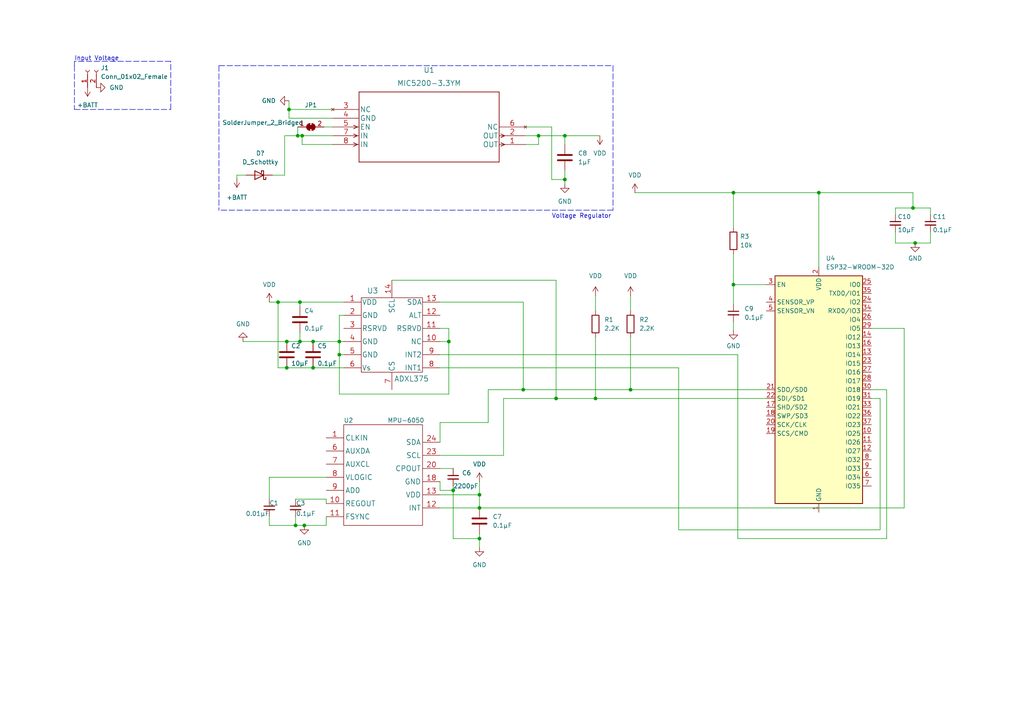
<source format=kicad_sch>
(kicad_sch (version 20211123) (generator eeschema)
  (paper "A4")
  (lib_symbols
    (symbol "Connector:Conn_01x02_Female" (pin_names (offset 1.016) hide)
      (property "Reference" "J" (at 0 2.54 0))
      (property "Value" "Conn_01x02_Female" (at 0 -5.08 0))
      (symbol "Conn_01x02_Female_1_1"
        (arc (start 0 -2.032) (mid -0.508 -2.54) (end 0 -3.048) (stroke (width 0.1524)))
        (polyline (pts (xy -1.27 -2.54) (xy -0.508 -2.54)) (stroke (width 0.1524)))
        (polyline (pts (xy -1.27 0) (xy -0.508 0)) (stroke (width 0.1524)))
        (arc (start 0 0.508) (mid -0.508 0) (end 0 -0.508) (stroke (width 0.1524)))
        (pin passive line (at -5.08 0 0) (length 3.81) (name "Pin_1") (number "1"))
        (pin passive line (at -5.08 -2.54 0) (length 3.81) (name "Pin_2") (number "2"))
      )
    )
    (symbol "Device:C" (pin_numbers hide) (pin_names (offset 0.254))
      (property "Reference" "C" (at 0.635 2.54 0))
      (property "Value" "C" (at 0.635 -2.54 0))
      (symbol "C_0_1"
        (polyline (pts (xy -2.032 -0.762) (xy 2.032 -0.762)) (stroke (width 0.508)))
        (polyline (pts (xy -2.032 0.762) (xy 2.032 0.762)) (stroke (width 0.508)))
      )
      (symbol "C_1_1"
        (pin passive line (at 0 3.81 270) (length 2.794) (name "~") (number "1"))
        (pin passive line (at 0 -3.81 90) (length 2.794) (name "~") (number "2"))
      )
    )
    (symbol "Device:C_Small" (pin_numbers hide) (pin_names (offset 0.254) hide)
      (property "Reference" "C" (at 0.254 1.778 0))
      (property "Value" "C_Small" (at 0.254 -2.032 0))
      (symbol "C_Small_0_1"
        (polyline (pts (xy -1.524 -0.508) (xy 1.524 -0.508)) (stroke (width 0.3302)))
        (polyline (pts (xy -1.524 0.508) (xy 1.524 0.508)) (stroke (width 0.3048)))
      )
      (symbol "C_Small_1_1"
        (pin passive line (at 0 2.54 270) (length 2.032) (name "~") (number "1"))
        (pin passive line (at 0 -2.54 90) (length 2.032) (name "~") (number "2"))
      )
    )
    (symbol "Device:D_Schottky" (pin_numbers hide) (pin_names (offset 1.016) hide)
      (property "Reference" "D" (at 0 2.54 0))
      (property "Value" "D_Schottky" (at 0 -2.54 0))
      (symbol "D_Schottky_0_1"
        (polyline (pts (xy 1.27 0) (xy -1.27 0)))
        (polyline (pts (xy 1.27 1.27) (xy 1.27 -1.27) (xy -1.27 0) (xy 1.27 1.27)) (stroke (width 0.254)))
        (polyline (pts (xy -1.905 0.635) (xy -1.905 1.27) (xy -1.27 1.27) (xy -1.27 -1.27) (xy -0.635 -1.27) (xy -0.635 -0.635)) (stroke (width 0.254)))
      )
      (symbol "D_Schottky_1_1"
        (pin passive line (at -3.81 0 0) (length 2.54) (name "K") (number "1"))
        (pin passive line (at 3.81 0 180) (length 2.54) (name "A") (number "2"))
      )
    )
    (symbol "Device:R" (pin_numbers hide) (pin_names (offset 0))
      (property "Reference" "R" (at 2.032 0 90))
      (property "Value" "R" (at 0 0 90))
      (symbol "R_0_1"
        (rectangle (start -1.016 -2.54) (end 1.016 2.54) (stroke (width 0.254)))
      )
      (symbol "R_1_1"
        (pin passive line (at 0 3.81 270) (length 1.27) (name "~") (number "1"))
        (pin passive line (at 0 -3.81 90) (length 1.27) (name "~") (number "2"))
      )
    )
    (symbol "Jumper:SolderJumper_2_Bridged" (pin_names (offset 0) hide)
      (property "Reference" "JP" (at 0 2.032 0))
      (property "Value" "SolderJumper_2_Bridged" (at 0 -2.54 0))
      (symbol "SolderJumper_2_Bridged_0_1"
        (rectangle (start -0.508 0.508) (end 0.508 -0.508) (fill (type outline)))
        (arc (start -0.254 1.016) (mid -1.27 0) (end -0.254 -1.016))
        (arc (start -0.254 1.016) (mid -1.27 0) (end -0.254 -1.016) (fill (type outline)))
        (polyline (pts (xy -0.254 1.016) (xy -0.254 -1.016)))
        (polyline (pts (xy 0.254 1.016) (xy 0.254 -1.016)))
        (arc (start 0.254 -1.016) (mid 1.27 0) (end 0.254 1.016))
        (arc (start 0.254 -1.016) (mid 1.27 0) (end 0.254 1.016) (fill (type outline)))
      )
      (symbol "SolderJumper_2_Bridged_1_1"
        (pin passive line (at -3.81 0 0) (length 2.54) (name "A") (number "1"))
        (pin passive line (at 3.81 0 180) (length 2.54) (name "B") (number "2"))
      )
    )
    (symbol "RF_Module:ESP32-WROOM-32D"
      (property "Reference" "U" (at -12.7 34.29 0))
      (property "Value" "ESP32-WROOM-32D" (at 1.27 34.29 0))
      (symbol "ESP32-WROOM-32D_0_1"
        (rectangle (start -12.7 33.02) (end 12.7 -33.02) (stroke (width 0.254)) (fill (type background)))
      )
      (symbol "ESP32-WROOM-32D_1_1"
        (pin power_in line (at 0 -35.56 90) (length 2.54) (name "GND") (number "1"))
        (pin bidirectional line (at 15.24 -12.7 180) (length 2.54) (name "IO25") (number "10"))
        (pin bidirectional line (at 15.24 -15.24 180) (length 2.54) (name "IO26") (number "11"))
        (pin bidirectional line (at 15.24 -17.78 180) (length 2.54) (name "IO27") (number "12"))
        (pin bidirectional line (at 15.24 10.16 180) (length 2.54) (name "IO14") (number "13"))
        (pin bidirectional line (at 15.24 15.24 180) (length 2.54) (name "IO12") (number "14"))
        (pin passive line (at 0 -35.56 90) (length 2.54) hide (name "GND") (number "15"))
        (pin bidirectional line (at 15.24 12.7 180) (length 2.54) (name "IO13") (number "16"))
        (pin bidirectional line (at -15.24 -5.08 0) (length 2.54) (name "SHD/SD2") (number "17"))
        (pin bidirectional line (at -15.24 -7.62 0) (length 2.54) (name "SWP/SD3") (number "18"))
        (pin bidirectional line (at -15.24 -12.7 0) (length 2.54) (name "SCS/CMD") (number "19"))
        (pin power_in line (at 0 35.56 270) (length 2.54) (name "VDD") (number "2"))
        (pin bidirectional line (at -15.24 -10.16 0) (length 2.54) (name "SCK/CLK") (number "20"))
        (pin bidirectional line (at -15.24 0 0) (length 2.54) (name "SDO/SD0") (number "21"))
        (pin bidirectional line (at -15.24 -2.54 0) (length 2.54) (name "SDI/SD1") (number "22"))
        (pin bidirectional line (at 15.24 7.62 180) (length 2.54) (name "IO15") (number "23"))
        (pin bidirectional line (at 15.24 25.4 180) (length 2.54) (name "IO2") (number "24"))
        (pin bidirectional line (at 15.24 30.48 180) (length 2.54) (name "IO0") (number "25"))
        (pin bidirectional line (at 15.24 20.32 180) (length 2.54) (name "IO4") (number "26"))
        (pin bidirectional line (at 15.24 5.08 180) (length 2.54) (name "IO16") (number "27"))
        (pin bidirectional line (at 15.24 2.54 180) (length 2.54) (name "IO17") (number "28"))
        (pin bidirectional line (at 15.24 17.78 180) (length 2.54) (name "IO5") (number "29"))
        (pin input line (at -15.24 30.48 0) (length 2.54) (name "EN") (number "3"))
        (pin bidirectional line (at 15.24 0 180) (length 2.54) (name "IO18") (number "30"))
        (pin bidirectional line (at 15.24 -2.54 180) (length 2.54) (name "IO19") (number "31"))
        (pin no_connect line (at -12.7 -27.94 0) (length 2.54) hide (name "NC") (number "32"))
        (pin bidirectional line (at 15.24 -5.08 180) (length 2.54) (name "IO21") (number "33"))
        (pin bidirectional line (at 15.24 22.86 180) (length 2.54) (name "RXD0/IO3") (number "34"))
        (pin bidirectional line (at 15.24 27.94 180) (length 2.54) (name "TXD0/IO1") (number "35"))
        (pin bidirectional line (at 15.24 -7.62 180) (length 2.54) (name "IO22") (number "36"))
        (pin bidirectional line (at 15.24 -10.16 180) (length 2.54) (name "IO23") (number "37"))
        (pin passive line (at 0 -35.56 90) (length 2.54) hide (name "GND") (number "38"))
        (pin passive line (at 0 -35.56 90) (length 2.54) hide (name "GND") (number "39"))
        (pin input line (at -15.24 25.4 0) (length 2.54) (name "SENSOR_VP") (number "4"))
        (pin input line (at -15.24 22.86 0) (length 2.54) (name "SENSOR_VN") (number "5"))
        (pin input line (at 15.24 -25.4 180) (length 2.54) (name "IO34") (number "6"))
        (pin input line (at 15.24 -27.94 180) (length 2.54) (name "IO35") (number "7"))
        (pin bidirectional line (at 15.24 -20.32 180) (length 2.54) (name "IO32") (number "8"))
        (pin bidirectional line (at 15.24 -22.86 180) (length 2.54) (name "IO33") (number "9"))
      )
    )
    (symbol "Regulator_Linear:MIC5200-3.3YM" (pin_names (offset 0.254))
      (property "Reference" "U" (at 27.94 10.16 0))
      (property "Value" "MIC5200-3.3YM" (at 27.94 7.62 0))
      (symbol "MIC5200-3.3YM_1_1"
        (polyline (pts (xy 7.112 -10.16) (xy 6.0452 -10.668)) (stroke (width 0.2032)))
        (polyline (pts (xy 7.112 -10.16) (xy 6.0452 -9.652)) (stroke (width 0.2032)))
        (polyline (pts (xy 7.112 -7.62) (xy 6.0452 -8.128)) (stroke (width 0.2032)))
        (polyline (pts (xy 7.112 -7.62) (xy 6.0452 -7.112)) (stroke (width 0.2032)))
        (polyline (pts (xy 7.112 -5.08) (xy 6.0452 -5.588)) (stroke (width 0.2032)))
        (polyline (pts (xy 7.112 -5.08) (xy 6.0452 -4.572)) (stroke (width 0.2032)))
        (polyline (pts (xy 7.62 -15.24) (xy 48.26 -15.24)) (stroke (width 0.2032)))
        (polyline (pts (xy 7.62 5.08) (xy 7.62 -15.24)) (stroke (width 0.2032)))
        (polyline (pts (xy 48.26 -15.24) (xy 48.26 5.08)) (stroke (width 0.2032)))
        (polyline (pts (xy 48.26 5.08) (xy 7.62 5.08)) (stroke (width 0.2032)))
        (polyline (pts (xy 48.768 -10.668) (xy 49.8348 -10.16)) (stroke (width 0.2032)))
        (polyline (pts (xy 48.768 -9.652) (xy 49.8348 -10.16)) (stroke (width 0.2032)))
        (polyline (pts (xy 48.768 -8.128) (xy 49.8348 -7.62)) (stroke (width 0.2032)))
        (polyline (pts (xy 48.768 -7.112) (xy 49.8348 -7.62)) (stroke (width 0.2032)))
        (pin output line (at 55.88 -10.16 180) (length 7.62) (name "OUT") (number "1"))
        (pin output line (at 55.88 -7.62 180) (length 7.62) (name "OUT") (number "2"))
        (pin no_connect line (at 0 0 0) (length 7.62) (name "NC") (number "3"))
        (pin power_in line (at 0 -2.54 0) (length 7.62) (name "GND") (number "4"))
        (pin input line (at 0 -5.08 0) (length 7.62) (name "EN") (number "5"))
        (pin no_connect line (at 55.88 -5.08 180) (length 7.62) (name "NC") (number "6"))
        (pin input line (at 0 -7.62 0) (length 7.62) (name "IN") (number "7"))
        (pin input line (at 0 -10.16 0) (length 7.62) (name "IN") (number "8"))
      )
    )
    (symbol "Sensor_Motion:ADXL375BCCZ" (pin_names (offset 0.254))
      (property "Reference" "U?" (at -7.62 11.43 0))
      (property "Value" "ADXL375" (at 5.08 -12.7 0))
      (symbol "ADXL375BCCZ_0_1"
        (rectangle (start -8.89 10.16) (end 8.89 -11.43))
      )
      (symbol "ADXL375BCCZ_1_1"
        (pin power_in line (at -13.97 8.89 0) (length 5) (name "VDD") (number "1"))
        (pin bidirectional line (at 13.97 -2.54 180) (length 5) (name "NC") (number "10"))
        (pin bidirectional line (at 13.97 1.27 180) (length 5) (name "RSRVD") (number "11"))
        (pin bidirectional line (at 13.97 5.08 180) (length 5) (name "ALT") (number "12"))
        (pin bidirectional line (at 13.97 8.89 180) (length 5) (name "SDA") (number "13"))
        (pin unspecified line (at 0 15.24 270) (length 5) (name "SCL") (number "14"))
        (pin bidirectional line (at -13.97 5.08 0) (length 5) (name "GND") (number "2"))
        (pin bidirectional line (at -13.97 1.27 0) (length 5) (name "RSRVD") (number "3"))
        (pin bidirectional line (at -13.97 -2.54 0) (length 5) (name "GND") (number "4"))
        (pin bidirectional line (at -13.97 -6.35 0) (length 5) (name "GND") (number "5"))
        (pin bidirectional line (at -13.97 -10.16 0) (length 5) (name "Vs") (number "6"))
        (pin bidirectional line (at 0 -16.51 90) (length 5) (name "CS") (number "7"))
        (pin bidirectional line (at 13.97 -10.16 180) (length 5) (name "INT1") (number "8"))
        (pin bidirectional line (at 13.97 -6.35 180) (length 5) (name "INT2") (number "9"))
      )
    )
    (symbol "Sensor_Motion:MPU-6050"
      (property "Reference" "U?" (at -12.7 15.24 0))
      (property "Value" "MPU-6050" (at 0 15.24 0))
      (symbol "MPU-6050_0_1"
        (rectangle (start -12.7 -15.24) (end 10.16 13.97))
      )
      (symbol "MPU-6050_1_1"
        (pin unspecified line (at -17.78 10.16 0) (length 5) (name "CLKIN") (number "1"))
        (pin unspecified line (at -17.78 -8.89 0) (length 5) (name "REGOUT") (number "10"))
        (pin unspecified line (at -17.78 -12.7 0) (length 5) (name "FSYNC") (number "11"))
        (pin unspecified line (at 15.24 -10.16 180) (length 5) (name "INT") (number "12"))
        (pin unspecified line (at 15.24 -6.35 180) (length 5) (name "VDD") (number "13"))
        (pin unspecified line (at 15.24 -2.54 180) (length 5) (name "GND") (number "18"))
        (pin no_connect line (at -2.54 -20.32 90) (length 5) hide (name "RESV") (number "19"))
        (pin unspecified line (at 15.24 1.27 180) (length 5) (name "CPOUT") (number "20"))
        (pin no_connect line (at 0 -20.32 90) (length 5) hide (name "RESV") (number "21"))
        (pin no_connect line (at 2.54 -20.32 90) (length 5) hide (name "RESV") (number "22"))
        (pin unspecified line (at 15.24 5.08 180) (length 5) (name "SCL") (number "23"))
        (pin unspecified line (at 15.24 8.89 180) (length 5) (name "SDA") (number "24"))
        (pin unspecified line (at -17.78 6.35 0) (length 5) (name "AUXDA") (number "6"))
        (pin unspecified line (at -17.78 2.54 0) (length 5) (name "AUXCL") (number "7"))
        (pin unspecified line (at -17.78 -1.27 0) (length 5) (name "VLOGIC") (number "8"))
        (pin unspecified line (at -17.78 -5.08 0) (length 5) (name "AD0") (number "9"))
      )
    )
    (symbol "power:+BATT" (power) (pin_names (offset 0))
      (property "Value" "+BATT" (at 0 3.556 0))
      (symbol "+BATT_0_1"
        (polyline (pts (xy -0.762 1.27) (xy 0 2.54)))
        (polyline (pts (xy 0 0) (xy 0 2.54)))
        (polyline (pts (xy 0 2.54) (xy 0.762 1.27)))
      )
      (symbol "+BATT_1_1"
        (pin power_in line (at 0 0 90) (length 0) hide (name "+BATT") (number "1"))
      )
    )
    (symbol "power:GND" (power) (pin_names (offset 0))
      (property "Value" "GND" (at 0 -3.81 0))
      (symbol "GND_0_1"
        (polyline (pts (xy 0 0) (xy 0 -1.27) (xy 1.27 -1.27) (xy 0 -2.54) (xy -1.27 -1.27) (xy 0 -1.27)))
      )
      (symbol "GND_1_1"
        (pin power_in line (at 0 0 270) (length 0) hide (name "GND") (number "1"))
      )
    )
    (symbol "power:VDD" (power) (pin_names (offset 0))
      (property "Value" "VDD" (at 0 3.81 0))
      (symbol "VDD_0_1"
        (polyline (pts (xy -0.762 1.27) (xy 0 2.54)))
        (polyline (pts (xy 0 0) (xy 0 2.54)))
        (polyline (pts (xy 0 2.54) (xy 0.762 1.27)))
      )
      (symbol "VDD_1_1"
        (pin power_in line (at 0 0 90) (length 0) hide (name "VDD") (number "1"))
      )
    )
  )
  (junction (at 131.445 142.24))
  (junction (at 90.805 106.68))
  (junction (at 182.88 113.03))
  (junction (at 156.21 39.37))
  (junction (at 83.82 31.75))
  (junction (at 98.425 102.87))
  (junction (at 161.29 115.57))
  (junction (at 139.065 156.21))
  (junction (at 85.725 152.4))
  (junction (at 86.995 87.63))
  (junction (at 87.63 39.37))
  (junction (at 212.725 55.88))
  (junction (at 163.83 39.37))
  (junction (at 139.065 143.51))
  (junction (at 86.995 99.06))
  (junction (at 98.425 99.06))
  (junction (at 163.83 52.07))
  (junction (at 83.185 99.06))
  (junction (at 264.795 60.325))
  (junction (at 88.265 152.4))
  (junction (at 90.805 99.06))
  (junction (at 172.72 115.57))
  (junction (at 130.175 99.06))
  (junction (at 265.43 70.485))
  (junction (at 86.36 39.37))
  (junction (at 80.645 87.63))
  (junction (at 151.765 113.03))
  (junction (at 237.49 55.88))
  (junction (at 212.725 82.55))
  (junction (at 83.185 106.68))
  (junction (at 139.065 147.32))
  (wire (pts (xy 259.715 67.31) (xy 259.715 70.485)))
  (wire (pts (xy 80.645 87.63) (xy 80.645 106.68)))
  (wire (pts (xy 156.21 39.37) (xy 163.83 39.37)))
  (wire (pts (xy 127.635 139.7) (xy 127.635 142.24)))
  (wire (pts (xy 139.065 139.7) (xy 139.065 143.51)))
  (wire (pts (xy 127.635 132.08) (xy 146.05 132.08)))
  (wire (pts (xy 94.615 152.4) (xy 88.265 152.4)))
  (wire (pts (xy 94.615 149.86) (xy 94.615 152.4)))
  (wire (pts (xy 68.707 51.816) (xy 68.707 50.8)))
  (wire (pts (xy 93.98 36.83) (xy 96.52 36.83)))
  (wire (pts (xy 269.875 67.31) (xy 269.875 70.485)))
  (wire (pts (xy 78.105 149.86) (xy 78.105 152.4)))
  (wire (pts (xy 264.795 55.88) (xy 264.795 60.325)))
  (polyline (pts (xy 63.5 19.05) (xy 177.8 19.05)))
  (wire (pts (xy 85.725 149.86) (xy 85.725 152.4)))
  (polyline (pts (xy 21.59 19.05) (xy 21.59 31.75)))
  (wire (pts (xy 127.635 122.555) (xy 141.605 122.555)))
  (wire (pts (xy 99.695 91.44) (xy 98.425 91.44)))
  (polyline (pts (xy 49.53 31.75) (xy 49.53 17.78)))
  (wire (pts (xy 131.445 142.24) (xy 131.445 156.21)))
  (wire (pts (xy 212.725 93.345) (xy 212.725 95.885)))
  (wire (pts (xy 80.645 87.63) (xy 86.995 87.63)))
  (wire (pts (xy 78.994 50.8) (xy 82.55 50.8)))
  (wire (pts (xy 146.05 115.57) (xy 161.29 115.57)))
  (wire (pts (xy 98.425 114.3) (xy 98.425 102.87)))
  (wire (pts (xy 90.805 106.68) (xy 99.695 106.68)))
  (wire (pts (xy 82.55 50.8) (xy 82.55 39.37)))
  (wire (pts (xy 259.715 60.325) (xy 259.715 62.23)))
  (wire (pts (xy 151.765 113.03) (xy 182.88 113.03)))
  (wire (pts (xy 130.175 99.06) (xy 130.175 114.3)))
  (wire (pts (xy 70.485 99.06) (xy 83.185 99.06)))
  (wire (pts (xy 113.665 81.28) (xy 161.29 81.28)))
  (polyline (pts (xy 21.59 17.78) (xy 21.59 19.05)))
  (wire (pts (xy 212.725 55.88) (xy 237.49 55.88)))
  (wire (pts (xy 196.85 153.67) (xy 255.27 153.67)))
  (wire (pts (xy 163.83 39.37) (xy 173.99 39.37)))
  (wire (pts (xy 83.82 34.29) (xy 83.82 31.75)))
  (wire (pts (xy 141.605 113.03) (xy 151.765 113.03)))
  (wire (pts (xy 127.635 95.25) (xy 130.175 95.25)))
  (wire (pts (xy 90.805 99.06) (xy 98.425 99.06)))
  (wire (pts (xy 152.4 41.91) (xy 156.21 41.91)))
  (wire (pts (xy 182.88 113.03) (xy 222.25 113.03)))
  (wire (pts (xy 262.255 95.25) (xy 252.73 95.25)))
  (wire (pts (xy 163.83 52.07) (xy 163.83 53.34)))
  (wire (pts (xy 269.875 70.485) (xy 265.43 70.485)))
  (wire (pts (xy 213.995 156.21) (xy 257.175 156.21)))
  (wire (pts (xy 127.635 143.51) (xy 139.065 143.51)))
  (wire (pts (xy 160.02 36.83) (xy 160.02 52.07)))
  (wire (pts (xy 85.725 152.4) (xy 88.265 152.4)))
  (wire (pts (xy 139.065 147.32) (xy 262.255 147.32)))
  (wire (pts (xy 152.4 36.83) (xy 160.02 36.83)))
  (wire (pts (xy 94.615 144.78) (xy 94.615 146.05)))
  (wire (pts (xy 160.02 52.07) (xy 163.83 52.07)))
  (wire (pts (xy 127.635 147.32) (xy 139.065 147.32)))
  (wire (pts (xy 264.795 60.325) (xy 269.875 60.325)))
  (wire (pts (xy 85.725 144.78) (xy 94.615 144.78)))
  (wire (pts (xy 237.49 55.88) (xy 237.49 77.47)))
  (wire (pts (xy 161.29 81.28) (xy 161.29 115.57)))
  (wire (pts (xy 83.82 31.75) (xy 96.52 31.75)))
  (polyline (pts (xy 21.59 31.75) (xy 49.53 31.75)))
  (wire (pts (xy 237.49 55.88) (xy 264.795 55.88)))
  (wire (pts (xy 86.995 96.52) (xy 86.995 99.06)))
  (polyline (pts (xy 49.53 17.78) (xy 21.59 17.78)))
  (wire (pts (xy 98.425 99.06) (xy 99.695 99.06)))
  (wire (pts (xy 172.72 115.57) (xy 222.25 115.57)))
  (wire (pts (xy 255.27 153.67) (xy 255.27 115.57)))
  (wire (pts (xy 86.36 36.83) (xy 86.36 39.37)))
  (wire (pts (xy 259.715 70.485) (xy 265.43 70.485)))
  (wire (pts (xy 127.635 102.87) (xy 213.995 102.87)))
  (wire (pts (xy 212.725 82.55) (xy 212.725 88.265)))
  (wire (pts (xy 182.88 85.725) (xy 182.88 90.17)))
  (wire (pts (xy 172.72 97.79) (xy 172.72 115.57)))
  (wire (pts (xy 161.29 115.57) (xy 172.72 115.57)))
  (wire (pts (xy 86.995 87.63) (xy 86.995 88.9)))
  (wire (pts (xy 131.445 156.21) (xy 139.065 156.21)))
  (polyline (pts (xy 177.8 19.05) (xy 177.8 60.96)))
  (wire (pts (xy 182.88 97.79) (xy 182.88 113.03)))
  (wire (pts (xy 98.425 91.44) (xy 98.425 99.06)))
  (wire (pts (xy 139.065 156.21) (xy 139.065 158.75)))
  (wire (pts (xy 127.635 128.27) (xy 127.635 122.555)))
  (wire (pts (xy 139.065 154.94) (xy 139.065 156.21)))
  (wire (pts (xy 163.83 39.37) (xy 163.83 41.91)))
  (wire (pts (xy 87.63 39.37) (xy 87.63 41.91)))
  (wire (pts (xy 131.445 140.97) (xy 131.445 142.24)))
  (wire (pts (xy 96.52 34.29) (xy 83.82 34.29)))
  (wire (pts (xy 151.765 87.63) (xy 151.765 113.03)))
  (wire (pts (xy 262.255 147.32) (xy 262.255 95.25)))
  (wire (pts (xy 94.615 138.43) (xy 78.105 138.43)))
  (wire (pts (xy 141.605 122.555) (xy 141.605 113.03)))
  (wire (pts (xy 269.875 60.325) (xy 269.875 62.23)))
  (wire (pts (xy 78.105 152.4) (xy 85.725 152.4)))
  (wire (pts (xy 86.36 39.37) (xy 87.63 39.37)))
  (wire (pts (xy 127.635 99.06) (xy 130.175 99.06)))
  (wire (pts (xy 68.707 50.8) (xy 71.374 50.8)))
  (wire (pts (xy 156.21 41.91) (xy 156.21 39.37)))
  (wire (pts (xy 127.635 106.68) (xy 196.85 106.68)))
  (wire (pts (xy 82.55 39.37) (xy 86.36 39.37)))
  (wire (pts (xy 80.645 106.68) (xy 83.185 106.68)))
  (wire (pts (xy 163.83 49.53) (xy 163.83 52.07)))
  (wire (pts (xy 87.63 41.91) (xy 96.52 41.91)))
  (wire (pts (xy 212.725 82.55) (xy 212.725 73.66)))
  (wire (pts (xy 130.175 95.25) (xy 130.175 99.06)))
  (wire (pts (xy 86.995 99.06) (xy 90.805 99.06)))
  (wire (pts (xy 83.185 99.06) (xy 86.995 99.06)))
  (wire (pts (xy 83.82 31.75) (xy 83.82 29.21)))
  (wire (pts (xy 99.695 102.87) (xy 98.425 102.87)))
  (wire (pts (xy 172.72 85.725) (xy 172.72 90.17)))
  (wire (pts (xy 127.635 142.24) (xy 131.445 142.24)))
  (wire (pts (xy 78.105 87.63) (xy 80.645 87.63)))
  (wire (pts (xy 257.175 156.21) (xy 257.175 113.03)))
  (wire (pts (xy 83.185 106.68) (xy 90.805 106.68)))
  (wire (pts (xy 146.05 132.08) (xy 146.05 115.57)))
  (wire (pts (xy 127.635 87.63) (xy 151.765 87.63)))
  (wire (pts (xy 139.065 143.51) (xy 139.065 147.32)))
  (wire (pts (xy 212.725 55.88) (xy 212.725 66.04)))
  (wire (pts (xy 127.635 135.89) (xy 131.445 135.89)))
  (wire (pts (xy 213.995 102.87) (xy 213.995 156.21)))
  (wire (pts (xy 130.175 114.3) (xy 98.425 114.3)))
  (wire (pts (xy 264.795 60.325) (xy 259.715 60.325)))
  (wire (pts (xy 78.105 138.43) (xy 78.105 144.78)))
  (wire (pts (xy 87.63 39.37) (xy 96.52 39.37)))
  (wire (pts (xy 86.995 87.63) (xy 99.695 87.63)))
  (wire (pts (xy 257.175 113.03) (xy 252.73 113.03)))
  (polyline (pts (xy 63.5 19.05) (xy 63.5 60.96)))
  (wire (pts (xy 255.27 115.57) (xy 252.73 115.57)))
  (polyline (pts (xy 177.8 60.96) (xy 63.5 60.96)))
  (wire (pts (xy 184.15 55.88) (xy 212.725 55.88)))
  (wire (pts (xy 98.425 102.87) (xy 98.425 99.06)))
  (wire (pts (xy 196.85 106.68) (xy 196.85 153.67)))
  (wire (pts (xy 222.25 82.55) (xy 212.725 82.55)))
  (wire (pts (xy 152.4 39.37) (xy 156.21 39.37)))
  (text "Voltage Regulator" (at 160.02 63.5 0) (effects (font (size 1.27 1.27)) (justify left bottom)))
  (text "Input Voltage" (at 21.59 17.78 0) (effects (font (size 1.27 1.27)) (justify left bottom)))
  (symbol (lib_id "Device:D_Schottky") (at 75.184 50.8 180) (unit 1)
    (property "Reference" "D?" (at 75.5015 44.45 0))
    (property "Value" "D_Schottky" (at 75.5015 46.99 0))
  )
  (symbol (lib_id "Device:C") (at 86.995 92.71 0) (unit 1)
    (property "Reference" "C4" (at 88.265 90.17 0) (effects (justify left)))
    (property "Value" "0.1µF" (at 88.265 95.25 0) (effects (justify left)))
    (property "Footprint" "Capacitor_SMD:C_0201_0603Metric_Pad0.64x0.40mm_HandSolder" (effects hide))
  )
  (symbol (lib_id "power:+BATT") (at 25.4 25.4 180) (unit 1)
    (property "Reference" "#PWR0109" (effects hide))
    (property "Value" "+BATT" (at 25.4 30.48 0))
  )
  (symbol (lib_id "Sensor_Motion:ADXL375BCCZ") (at 113.665 96.52 0) (unit 1)
    (property "Reference" "U3" (at 106.426 84.328 0) (effects (font (size 1.524 1.524)) (justify left)))
    (property "Value" "ADXL375" (at 114.3 109.855 0) (effects (font (size 1.524 1.524)) (justify left)))
    (property "Footprint" "Sensor_Motion:ADXL375BCCZ" (effects hide))
  )
  (symbol (lib_id "Device:R") (at 212.725 69.85 0) (unit 1)
    (property "Reference" "R3" (at 214.63 68.5799 0) (effects (justify left)))
    (property "Value" "10k" (at 214.63 71.1199 0) (effects (justify left)))
    (property "Footprint" "Resistor_SMD:R_1206_3216Metric_Pad1.30x1.75mm_HandSolder" (effects hide))
  )
  (symbol (lib_id "power:GND") (at 27.94 25.4 90) (unit 1)
    (property "Reference" "#PWR0110" (effects hide))
    (property "Value" "GND" (at 31.75 25.3999 90) (effects (justify right)))
  )
  (symbol (lib_id "Device:C_Small") (at 212.725 90.805 0) (unit 1)
    (property "Reference" "C9" (at 215.9 89.5412 0) (effects (justify left)))
    (property "Value" "0.1µF" (at 215.9 92.0812 0) (effects (justify left)))
    (property "Footprint" "Capacitor_SMD:C_0201_0603Metric_Pad0.64x0.40mm_HandSolder" (effects hide))
  )
  (symbol (lib_id "Sensor_Motion:MPU-6050") (at 112.395 137.16 0) (unit 1)
    (property "Reference" "U2" (at 99.695 121.92 0) (effects (justify left)))
    (property "Value" "MPU-6050" (at 112.395 121.92 0) (effects (justify left)))
    (property "Footprint" "Sensor_Motion:InvenSense_QFN-24_4x4mm_P0.5mm" (effects hide))
    (property "Datasheet" "https://store.invensense.com/datasheets/invensense/MPU-6050_DataSheet_V3%204.pdf" (effects hide))
  )
  (symbol (lib_id "Device:R") (at 172.72 93.98 0) (unit 1)
    (property "Reference" "R1" (at 175.26 92.7099 0) (effects (justify left)))
    (property "Value" "2.2K" (at 175.26 95.2499 0) (effects (justify left)))
    (property "Footprint" "Resistor_SMD:R_0201_0603Metric_Pad0.64x0.40mm_HandSolder" (effects hide))
  )
  (symbol (lib_id "power:VDD") (at 182.88 85.725 0) (unit 1)
    (property "Reference" "#PWR0116" (effects hide))
    (property "Value" "VDD" (at 182.88 80.01 0))
  )
  (symbol (lib_id "power:GND") (at 139.065 158.75 0) (unit 1)
    (property "Reference" "#PWR0111" (effects hide))
    (property "Value" "GND" (at 139.065 163.83 0))
  )
  (symbol (lib_id "Regulator_Linear:MIC5200-3.3YM") (at 96.52 31.75 0) (unit 1)
    (property "Reference" "U1" (at 124.46 20.32 0) (effects (font (size 1.524 1.524))))
    (property "Value" "MIC5200-3.3YM" (at 124.46 24.13 0) (effects (font (size 1.524 1.524))))
    (property "Footprint" "Resistor_SMD:R_0603_1608Metric_Pad0.98x0.95mm_HandSolder" (effects hide))
  )
  (symbol (lib_id "RF_Module:ESP32-WROOM-32D") (at 237.49 113.03 0) (unit 1)
    (property "Reference" "U4" (at 239.5094 74.93 0) (effects (justify left)))
    (property "Value" "ESP32-WROOM-32D" (at 239.5094 77.47 0) (effects (justify left)))
    (property "Footprint" "RF_Module:ESP32-WROOM-32" (effects hide))
    (property "Datasheet" "https://www.espressif.com/sites/default/files/documentation/esp32-wroom-32d_esp32-wroom-32u_datasheet_en.pdf" (effects hide))
  )
  (symbol (lib_id "power:GND") (at 163.83 53.34 0) (unit 1)
    (property "Reference" "#PWR0103" (effects hide))
    (property "Value" "GND" (at 163.83 58.42 0))
  )
  (symbol (lib_id "Device:C") (at 83.185 102.87 0) (unit 1)
    (property "Reference" "C2" (at 84.455 100.33 0) (effects (justify left)))
    (property "Value" "10µF" (at 84.455 105.41 0) (effects (justify left)))
  )
  (symbol (lib_id "power:VDD") (at 173.99 39.37 180) (unit 1)
    (property "Reference" "#PWR0104" (effects hide))
    (property "Value" "VDD" (at 173.99 44.45 0))
  )
  (symbol (lib_id "power:VDD") (at 184.15 55.88 0) (unit 1)
    (property "Reference" "#PWR0107" (effects hide))
    (property "Value" "VDD" (at 184.15 50.8 0))
  )
  (symbol (lib_id "Jumper:SolderJumper_2_Bridged") (at 90.17 36.83 0) (unit 1)
    (property "Reference" "JP1" (at 90.17 30.48 0))
    (property "Value" "SolderJumper_2_Bridged" (at 76.2 35.56 0))
    (property "Footprint" "Jumper:SolderJumper-2_P1.3mm_Bridged_RoundedPad1.0x1.5mm" (effects hide))
  )
  (symbol (lib_id "Device:C_Small") (at 259.715 64.77 0) (unit 1)
    (property "Reference" "C10" (at 260.35 62.865 0) (effects (justify left)))
    (property "Value" "10µF" (at 260.35 66.675 0) (effects (justify left)))
    (property "Footprint" "Capacitor_SMD:C_0201_0603Metric_Pad0.64x0.40mm_HandSolder" (effects hide))
  )
  (symbol (lib_id "Device:C_Small") (at 131.445 138.43 0) (unit 1)
    (property "Reference" "C6" (at 133.985 137.1662 0) (effects (justify left)))
    (property "Value" "2200pF" (at 131.445 140.97 0) (effects (justify left)))
    (property "Footprint" "Capacitor_SMD:C_0402_1005Metric_Pad0.74x0.62mm_HandSolder" (effects hide))
  )
  (symbol (lib_id "Device:C") (at 90.805 102.87 0) (unit 1)
    (property "Reference" "C5" (at 92.075 100.33 0) (effects (justify left)))
    (property "Value" "0.1µF" (at 92.075 105.41 0) (effects (justify left)))
    (property "Footprint" "Capacitor_SMD:C_0201_0603Metric_Pad0.64x0.40mm_HandSolder" (effects hide))
  )
  (symbol (lib_id "power:GND") (at 265.43 70.485 0) (unit 1)
    (property "Reference" "#PWR0113" (effects hide))
    (property "Value" "GND" (at 265.43 74.93 0))
  )
  (symbol (lib_id "Device:C") (at 139.065 151.13 0) (unit 1)
    (property "Reference" "C7" (at 142.875 149.8599 0) (effects (justify left)))
    (property "Value" "0.1µF" (at 142.875 152.3999 0) (effects (justify left)))
    (property "Footprint" "Capacitor_SMD:C_0201_0603Metric_Pad0.64x0.40mm_HandSolder" (effects hide))
  )
  (symbol (lib_id "Device:C_Small") (at 269.875 64.77 0) (unit 1)
    (property "Reference" "C11" (at 270.51 62.865 0) (effects (justify left)))
    (property "Value" "0.1µF" (at 270.51 66.675 0) (effects (justify left)))
    (property "Footprint" "Capacitor_SMD:C_0201_0603Metric_Pad0.64x0.40mm_HandSolder" (effects hide))
  )
  (symbol (lib_id "power:VDD") (at 139.065 139.7 0) (unit 1)
    (property "Reference" "#PWR0112" (effects hide))
    (property "Value" "VDD" (at 139.065 134.62 0))
  )
  (symbol (lib_id "power:VDD") (at 78.105 87.63 0) (unit 1)
    (property "Reference" "#PWR0108" (effects hide))
    (property "Value" "VDD" (at 78.105 82.55 0))
  )
  (symbol (lib_id "Device:C") (at 163.83 45.72 0) (unit 1)
    (property "Reference" "C8" (at 167.64 44.4499 0) (effects (justify left)))
    (property "Value" "1µF" (at 167.64 46.9899 0) (effects (justify left)))
    (property "Footprint" "Capacitor_SMD:C_0402_1005Metric_Pad0.74x0.62mm_HandSolder" (effects hide))
  )
  (symbol (lib_id "power:VDD") (at 172.72 85.725 0) (unit 1)
    (property "Reference" "#PWR0115" (effects hide))
    (property "Value" "VDD" (at 172.72 80.01 0))
  )
  (symbol (lib_id "Device:R") (at 182.88 93.98 0) (unit 1)
    (property "Reference" "R2" (at 185.42 92.7099 0) (effects (justify left)))
    (property "Value" "2.2K" (at 185.42 95.2499 0) (effects (justify left)))
    (property "Footprint" "Resistor_SMD:R_0201_0603Metric_Pad0.64x0.40mm_HandSolder" (effects hide))
  )
  (symbol (lib_id "power:GND") (at 83.82 29.21 270) (unit 1)
    (property "Reference" "#PWR0106" (effects hide))
    (property "Value" "GND" (at 80.01 29.2099 90) (effects (justify right)))
  )
  (symbol (lib_id "power:GND") (at 70.485 99.06 180) (unit 1)
    (property "Reference" "#PWR0102" (effects hide))
    (property "Value" "GND" (at 70.485 93.98 0))
  )
  (symbol (lib_id "power:GND") (at 88.265 152.4 0) (unit 1)
    (property "Reference" "#PWR0101" (effects hide))
    (property "Value" "GND" (at 88.265 157.48 0))
  )
  (symbol (lib_id "Device:C_Small") (at 78.105 147.32 0) (unit 1)
    (property "Reference" "C1" (at 78.105 145.923 0) (effects (justify left)))
    (property "Value" "0.01µF" (at 71.247 148.971 0) (effects (justify left)))
    (property "Footprint" "Capacitor_SMD:C_0603_1608Metric_Pad1.08x0.95mm_HandSolder" (effects hide))
  )
  (symbol (lib_id "power:GND") (at 212.725 95.885 0) (unit 1)
    (property "Reference" "#PWR0114" (effects hide))
    (property "Value" "GND" (at 212.725 100.33 0))
  )
  (symbol (lib_id "Device:C_Small") (at 85.725 147.32 0) (unit 1)
    (property "Reference" "C3" (at 85.852 145.923 0) (effects (justify left)))
    (property "Value" "0.1µF" (at 85.852 148.971 0) (effects (justify left)))
    (property "Footprint" "Capacitor_SMD:C_0201_0603Metric_Pad0.64x0.40mm_HandSolder" (effects hide))
  )
  (symbol (lib_id "Connector:Conn_01x02_Female") (at 25.4 20.32 90) (unit 1)
    (property "Reference" "J1" (at 29.21 19.6849 90) (effects (justify right)))
    (property "Value" "Conn_01x02_Female" (at 29.21 22.2249 90) (effects (justify right)))
    (property "Footprint" "Connector_Wire:SolderWire-1sqmm_1x02_P5.4mm_D1.4mm_OD2.7mm" (effects hide))
  )
  (symbol (lib_id "power:+BATT") (at 68.707 51.816 180) (unit 1)
    (property "Reference" "#PWR0105" (effects hide))
    (property "Value" "+BATT" (at 68.707 57.277 0))
  )
)
</source>
